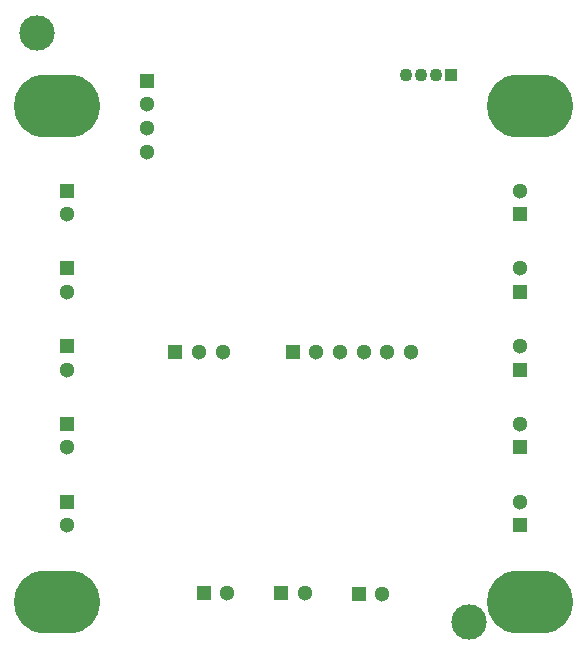
<source format=gbs>
G04*
G04 #@! TF.GenerationSoftware,Altium Limited,Altium Designer,21.8.1 (53)*
G04*
G04 Layer_Color=16711935*
%FSLAX44Y44*%
%MOMM*%
G71*
G04*
G04 #@! TF.SameCoordinates,E292F7DC-635B-41A5-9E53-70443CF81A2D*
G04*
G04*
G04 #@! TF.FilePolarity,Negative*
G04*
G01*
G75*
%ADD15R,1.1000X1.1000*%
%ADD25R,1.3000X1.3000*%
%ADD26C,1.3000*%
%ADD27C,3.0000*%
%ADD28R,1.3000X1.3000*%
%ADD29O,7.3000X5.3000*%
%ADD30C,1.1000*%
D15*
X333700Y26250D02*
D03*
D25*
X8000Y-72000D02*
D03*
X76000Y21000D02*
D03*
X392000Y-92000D02*
D03*
Y-157812D02*
D03*
X8000Y-137812D02*
D03*
X392000Y-223625D02*
D03*
X8000Y-203625D02*
D03*
X392000Y-289437D02*
D03*
X8000Y-269437D02*
D03*
X392000Y-355250D02*
D03*
X8000Y-335250D02*
D03*
D26*
Y-92000D02*
D03*
X76000Y-19000D02*
D03*
Y1000D02*
D03*
Y-39000D02*
D03*
X275500Y-413250D02*
D03*
X210000Y-413000D02*
D03*
X144000D02*
D03*
X299500Y-208750D02*
D03*
X279500D02*
D03*
X259500D02*
D03*
X219500D02*
D03*
X239500D02*
D03*
X140250Y-208500D02*
D03*
X120250D02*
D03*
X392000Y-72000D02*
D03*
Y-137812D02*
D03*
X8000Y-157812D02*
D03*
X392000Y-203625D02*
D03*
X8000Y-223625D02*
D03*
X392000Y-269437D02*
D03*
X8000Y-289437D02*
D03*
X392000Y-335250D02*
D03*
X8000Y-355250D02*
D03*
D27*
X349000Y-437000D02*
D03*
X-17000Y61000D02*
D03*
D28*
X255500Y-413250D02*
D03*
X190000Y-413000D02*
D03*
X124000D02*
D03*
X199500Y-208750D02*
D03*
X100250Y-208500D02*
D03*
D29*
X0Y-420000D02*
D03*
X400000D02*
D03*
Y0D02*
D03*
X0D02*
D03*
D30*
X321000Y26250D02*
D03*
X295600D02*
D03*
X308300D02*
D03*
M02*

</source>
